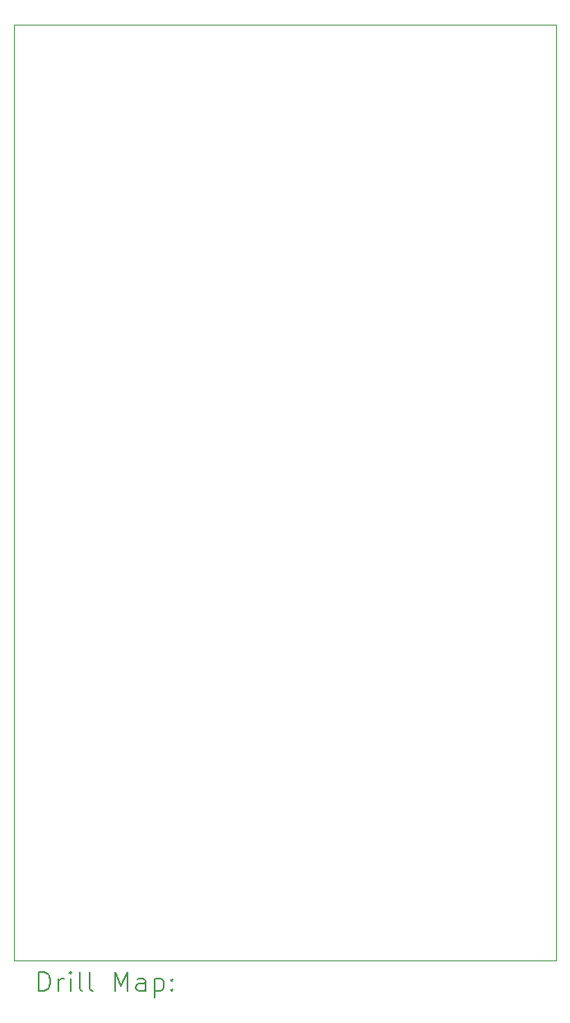
<source format=gbr>
%TF.GenerationSoftware,KiCad,Pcbnew,7.0.5-7.0.5~ubuntu22.04.1*%
%TF.CreationDate,2023-07-06T21:51:07-03:00*%
%TF.ProjectId,Dev-kit-multiboards,4465762d-6b69-4742-9d6d-756c7469626f,rev?*%
%TF.SameCoordinates,Original*%
%TF.FileFunction,Drillmap*%
%TF.FilePolarity,Positive*%
%FSLAX45Y45*%
G04 Gerber Fmt 4.5, Leading zero omitted, Abs format (unit mm)*
G04 Created by KiCad (PCBNEW 7.0.5-7.0.5~ubuntu22.04.1) date 2023-07-06 21:51:07*
%MOMM*%
%LPD*%
G01*
G04 APERTURE LIST*
%ADD10C,0.100000*%
%ADD11C,0.200000*%
G04 APERTURE END LIST*
D10*
X9053000Y-3407000D02*
X14633000Y-3407000D01*
X14633000Y-13036000D01*
X9053000Y-13036000D01*
X9053000Y-3407000D01*
D11*
X9308777Y-13352484D02*
X9308777Y-13152484D01*
X9308777Y-13152484D02*
X9356396Y-13152484D01*
X9356396Y-13152484D02*
X9384967Y-13162008D01*
X9384967Y-13162008D02*
X9404015Y-13181055D01*
X9404015Y-13181055D02*
X9413539Y-13200103D01*
X9413539Y-13200103D02*
X9423063Y-13238198D01*
X9423063Y-13238198D02*
X9423063Y-13266769D01*
X9423063Y-13266769D02*
X9413539Y-13304865D01*
X9413539Y-13304865D02*
X9404015Y-13323912D01*
X9404015Y-13323912D02*
X9384967Y-13342960D01*
X9384967Y-13342960D02*
X9356396Y-13352484D01*
X9356396Y-13352484D02*
X9308777Y-13352484D01*
X9508777Y-13352484D02*
X9508777Y-13219150D01*
X9508777Y-13257246D02*
X9518301Y-13238198D01*
X9518301Y-13238198D02*
X9527824Y-13228674D01*
X9527824Y-13228674D02*
X9546872Y-13219150D01*
X9546872Y-13219150D02*
X9565920Y-13219150D01*
X9632586Y-13352484D02*
X9632586Y-13219150D01*
X9632586Y-13152484D02*
X9623063Y-13162008D01*
X9623063Y-13162008D02*
X9632586Y-13171531D01*
X9632586Y-13171531D02*
X9642110Y-13162008D01*
X9642110Y-13162008D02*
X9632586Y-13152484D01*
X9632586Y-13152484D02*
X9632586Y-13171531D01*
X9756396Y-13352484D02*
X9737348Y-13342960D01*
X9737348Y-13342960D02*
X9727824Y-13323912D01*
X9727824Y-13323912D02*
X9727824Y-13152484D01*
X9861158Y-13352484D02*
X9842110Y-13342960D01*
X9842110Y-13342960D02*
X9832586Y-13323912D01*
X9832586Y-13323912D02*
X9832586Y-13152484D01*
X10089729Y-13352484D02*
X10089729Y-13152484D01*
X10089729Y-13152484D02*
X10156396Y-13295341D01*
X10156396Y-13295341D02*
X10223063Y-13152484D01*
X10223063Y-13152484D02*
X10223063Y-13352484D01*
X10404015Y-13352484D02*
X10404015Y-13247722D01*
X10404015Y-13247722D02*
X10394491Y-13228674D01*
X10394491Y-13228674D02*
X10375444Y-13219150D01*
X10375444Y-13219150D02*
X10337348Y-13219150D01*
X10337348Y-13219150D02*
X10318301Y-13228674D01*
X10404015Y-13342960D02*
X10384967Y-13352484D01*
X10384967Y-13352484D02*
X10337348Y-13352484D01*
X10337348Y-13352484D02*
X10318301Y-13342960D01*
X10318301Y-13342960D02*
X10308777Y-13323912D01*
X10308777Y-13323912D02*
X10308777Y-13304865D01*
X10308777Y-13304865D02*
X10318301Y-13285817D01*
X10318301Y-13285817D02*
X10337348Y-13276293D01*
X10337348Y-13276293D02*
X10384967Y-13276293D01*
X10384967Y-13276293D02*
X10404015Y-13266769D01*
X10499253Y-13219150D02*
X10499253Y-13419150D01*
X10499253Y-13228674D02*
X10518301Y-13219150D01*
X10518301Y-13219150D02*
X10556396Y-13219150D01*
X10556396Y-13219150D02*
X10575444Y-13228674D01*
X10575444Y-13228674D02*
X10584967Y-13238198D01*
X10584967Y-13238198D02*
X10594491Y-13257246D01*
X10594491Y-13257246D02*
X10594491Y-13314388D01*
X10594491Y-13314388D02*
X10584967Y-13333436D01*
X10584967Y-13333436D02*
X10575444Y-13342960D01*
X10575444Y-13342960D02*
X10556396Y-13352484D01*
X10556396Y-13352484D02*
X10518301Y-13352484D01*
X10518301Y-13352484D02*
X10499253Y-13342960D01*
X10680205Y-13333436D02*
X10689729Y-13342960D01*
X10689729Y-13342960D02*
X10680205Y-13352484D01*
X10680205Y-13352484D02*
X10670682Y-13342960D01*
X10670682Y-13342960D02*
X10680205Y-13333436D01*
X10680205Y-13333436D02*
X10680205Y-13352484D01*
X10680205Y-13228674D02*
X10689729Y-13238198D01*
X10689729Y-13238198D02*
X10680205Y-13247722D01*
X10680205Y-13247722D02*
X10670682Y-13238198D01*
X10670682Y-13238198D02*
X10680205Y-13228674D01*
X10680205Y-13228674D02*
X10680205Y-13247722D01*
M02*

</source>
